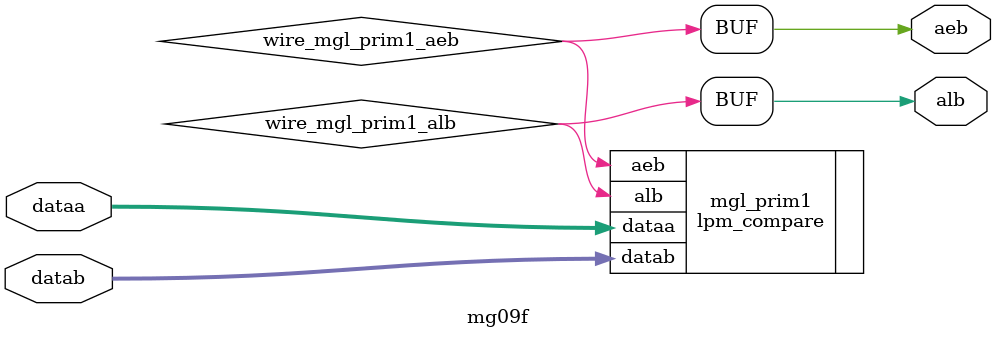
<source format=v>






//synthesis_resources = lpm_compare 1 
//synopsys translate_off
`timescale 1 ps / 1 ps
//synopsys translate_on
module  mg09f
	( 
	aeb,
	alb,
	dataa,
	datab) /* synthesis synthesis_clearbox=1 */;
	output   aeb;
	output   alb;
	input   [9:0]  dataa;
	input   [9:0]  datab;

	wire  wire_mgl_prim1_aeb;
	wire  wire_mgl_prim1_alb;

	lpm_compare   mgl_prim1
	( 
	.aeb(wire_mgl_prim1_aeb),
	.alb(wire_mgl_prim1_alb),
	.dataa(dataa),
	.datab(datab));
	defparam
		mgl_prim1.lpm_representation = "UNSIGNED",
		mgl_prim1.lpm_type = "LPM_COMPARE",
		mgl_prim1.lpm_width = 10,
		mgl_prim1.lpm_hint = "ONE_INPUT_IS_CONSTANT=YES";
	assign
		aeb = wire_mgl_prim1_aeb,
		alb = wire_mgl_prim1_alb;
endmodule //mg09f
//VALID FILE

</source>
